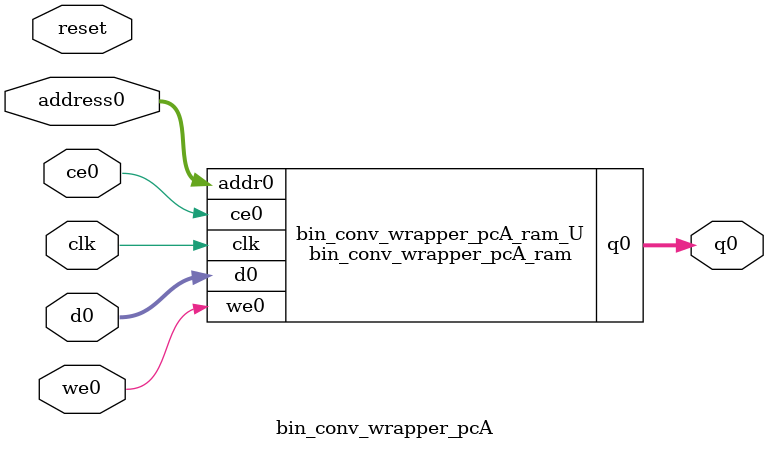
<source format=v>

`timescale 1 ns / 1 ps
module bin_conv_wrapper_pcA_ram (addr0, ce0, d0, we0, q0,  clk);

parameter DWIDTH = 64;
parameter AWIDTH = 6;
parameter MEM_SIZE = 64;

input[AWIDTH-1:0] addr0;
input ce0;
input[DWIDTH-1:0] d0;
input we0;
output reg[DWIDTH-1:0] q0;
input clk;

(* ram_style = "block" *)reg [DWIDTH-1:0] ram[0:MEM_SIZE-1];




always @(posedge clk)  
begin 
    if (ce0) 
    begin
        if (we0) 
        begin 
            ram[addr0] <= d0; 
            q0 <= d0;
        end 
        else 
            q0 <= ram[addr0];
    end
end


endmodule


`timescale 1 ns / 1 ps
module bin_conv_wrapper_pcA(
    reset,
    clk,
    address0,
    ce0,
    we0,
    d0,
    q0);

parameter DataWidth = 32'd64;
parameter AddressRange = 32'd64;
parameter AddressWidth = 32'd6;
input reset;
input clk;
input[AddressWidth - 1:0] address0;
input ce0;
input we0;
input[DataWidth - 1:0] d0;
output[DataWidth - 1:0] q0;



bin_conv_wrapper_pcA_ram bin_conv_wrapper_pcA_ram_U(
    .clk( clk ),
    .addr0( address0 ),
    .ce0( ce0 ),
    .we0( we0 ),
    .d0( d0 ),
    .q0( q0 ));

endmodule


</source>
